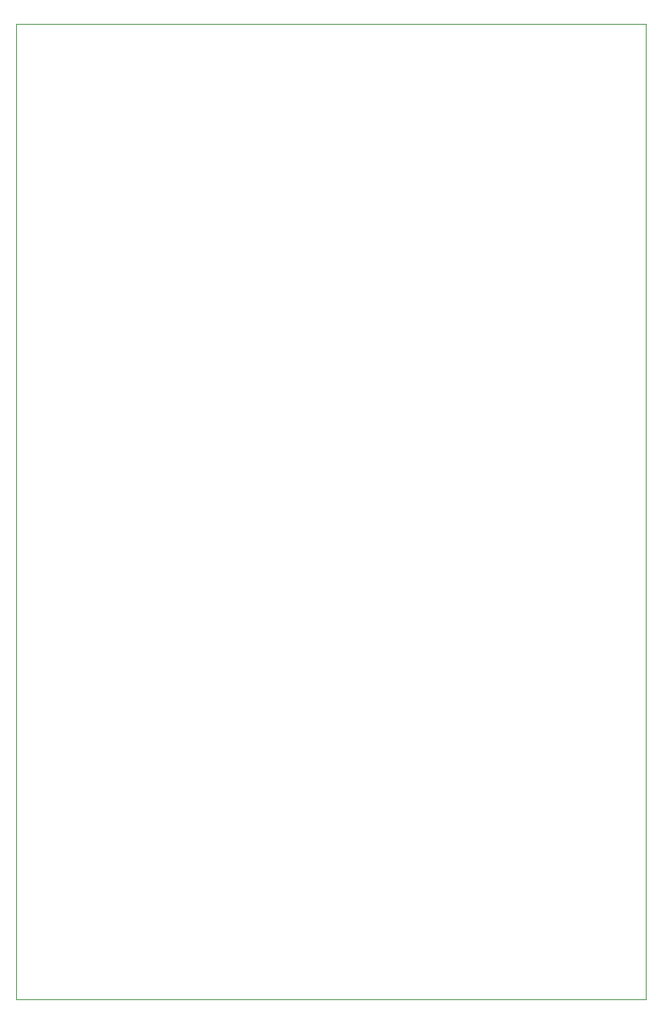
<source format=gbr>
%TF.GenerationSoftware,KiCad,Pcbnew,(6.0.11-0)*%
%TF.CreationDate,2023-05-29T14:43:09+02:00*%
%TF.ProjectId,tides,74696465-732e-46b6-9963-61645f706362,rev?*%
%TF.SameCoordinates,Original*%
%TF.FileFunction,Profile,NP*%
%FSLAX46Y46*%
G04 Gerber Fmt 4.6, Leading zero omitted, Abs format (unit mm)*
G04 Created by KiCad (PCBNEW (6.0.11-0)) date 2023-05-29 14:43:09*
%MOMM*%
%LPD*%
G01*
G04 APERTURE LIST*
%TA.AperFunction,Profile*%
%ADD10C,0.050000*%
%TD*%
G04 APERTURE END LIST*
D10*
X183098600Y-158502350D02*
X113903600Y-158502350D01*
X113903600Y-51504850D02*
X183098600Y-51504850D01*
X183098600Y-51504850D02*
X183098600Y-158502350D01*
X113903600Y-158502350D02*
X113903600Y-51504850D01*
M02*

</source>
